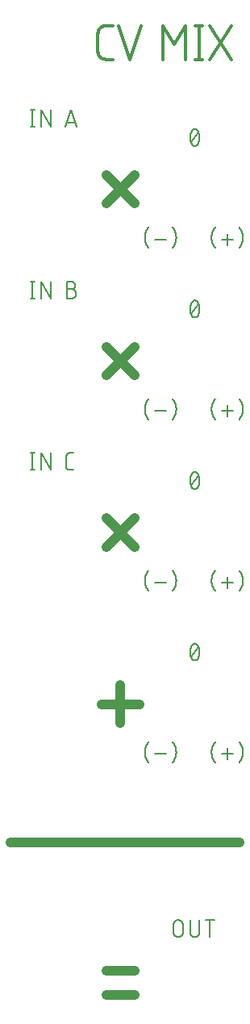
<source format=gbr>
G04 EAGLE Gerber RS-274X export*
G75*
%MOMM*%
%FSLAX34Y34*%
%LPD*%
%INSilkscreen Top*%
%IPPOS*%
%AMOC8*
5,1,8,0,0,1.08239X$1,22.5*%
G01*
%ADD10C,0.152400*%
%ADD11C,1.016000*%
%ADD12C,0.304800*%


D10*
X52738Y1158542D02*
X52738Y1140762D01*
X54713Y1140762D02*
X50762Y1140762D01*
X50762Y1158542D02*
X54713Y1158542D01*
X61757Y1158542D02*
X61757Y1140762D01*
X71635Y1140762D02*
X61757Y1158542D01*
X71635Y1158542D02*
X71635Y1140762D01*
X87012Y1140762D02*
X92939Y1158542D01*
X98865Y1140762D01*
X97384Y1145207D02*
X88494Y1145207D01*
X52738Y978542D02*
X52738Y960762D01*
X54713Y960762D02*
X50762Y960762D01*
X50762Y978542D02*
X54713Y978542D01*
X61757Y978542D02*
X61757Y960762D01*
X71635Y960762D02*
X61757Y978542D01*
X71635Y978542D02*
X71635Y960762D01*
X88755Y970640D02*
X93694Y970640D01*
X93834Y970638D01*
X93973Y970632D01*
X94113Y970622D01*
X94252Y970608D01*
X94391Y970591D01*
X94529Y970569D01*
X94666Y970543D01*
X94803Y970514D01*
X94939Y970481D01*
X95073Y970444D01*
X95207Y970403D01*
X95339Y970358D01*
X95471Y970309D01*
X95600Y970257D01*
X95728Y970202D01*
X95855Y970142D01*
X95980Y970079D01*
X96103Y970013D01*
X96224Y969943D01*
X96343Y969870D01*
X96460Y969793D01*
X96574Y969713D01*
X96687Y969630D01*
X96797Y969544D01*
X96904Y969454D01*
X97009Y969362D01*
X97111Y969267D01*
X97211Y969169D01*
X97308Y969068D01*
X97402Y968964D01*
X97492Y968858D01*
X97580Y968749D01*
X97665Y968638D01*
X97746Y968524D01*
X97825Y968409D01*
X97900Y968291D01*
X97971Y968171D01*
X98039Y968048D01*
X98104Y967925D01*
X98165Y967799D01*
X98223Y967671D01*
X98277Y967543D01*
X98327Y967412D01*
X98374Y967280D01*
X98417Y967147D01*
X98456Y967013D01*
X98491Y966878D01*
X98522Y966742D01*
X98550Y966604D01*
X98573Y966467D01*
X98593Y966328D01*
X98609Y966189D01*
X98621Y966050D01*
X98629Y965911D01*
X98633Y965771D01*
X98633Y965631D01*
X98629Y965491D01*
X98621Y965352D01*
X98609Y965213D01*
X98593Y965074D01*
X98573Y964935D01*
X98550Y964798D01*
X98522Y964660D01*
X98491Y964524D01*
X98456Y964389D01*
X98417Y964255D01*
X98374Y964122D01*
X98327Y963990D01*
X98277Y963859D01*
X98223Y963731D01*
X98165Y963603D01*
X98104Y963477D01*
X98039Y963354D01*
X97971Y963232D01*
X97900Y963111D01*
X97825Y962993D01*
X97746Y962878D01*
X97665Y962764D01*
X97580Y962653D01*
X97492Y962544D01*
X97402Y962438D01*
X97308Y962334D01*
X97211Y962233D01*
X97111Y962135D01*
X97009Y962040D01*
X96904Y961948D01*
X96797Y961858D01*
X96687Y961772D01*
X96574Y961689D01*
X96460Y961609D01*
X96343Y961532D01*
X96224Y961459D01*
X96103Y961389D01*
X95980Y961323D01*
X95855Y961260D01*
X95728Y961200D01*
X95600Y961145D01*
X95471Y961093D01*
X95339Y961044D01*
X95207Y960999D01*
X95073Y960958D01*
X94939Y960921D01*
X94803Y960888D01*
X94666Y960859D01*
X94529Y960833D01*
X94391Y960811D01*
X94252Y960794D01*
X94113Y960780D01*
X93973Y960770D01*
X93834Y960764D01*
X93694Y960762D01*
X88755Y960762D01*
X88755Y978542D01*
X93694Y978542D01*
X93818Y978540D01*
X93942Y978534D01*
X94066Y978524D01*
X94189Y978511D01*
X94312Y978493D01*
X94434Y978472D01*
X94556Y978447D01*
X94677Y978418D01*
X94796Y978385D01*
X94915Y978349D01*
X95032Y978308D01*
X95148Y978265D01*
X95263Y978217D01*
X95376Y978166D01*
X95488Y978111D01*
X95597Y978053D01*
X95705Y977992D01*
X95811Y977927D01*
X95915Y977859D01*
X96016Y977787D01*
X96116Y977713D01*
X96212Y977635D01*
X96307Y977555D01*
X96399Y977471D01*
X96488Y977385D01*
X96574Y977296D01*
X96658Y977204D01*
X96738Y977109D01*
X96816Y977013D01*
X96890Y976913D01*
X96962Y976812D01*
X97030Y976708D01*
X97095Y976602D01*
X97156Y976494D01*
X97214Y976385D01*
X97269Y976273D01*
X97320Y976160D01*
X97368Y976045D01*
X97411Y975929D01*
X97452Y975812D01*
X97488Y975693D01*
X97521Y975574D01*
X97550Y975453D01*
X97575Y975331D01*
X97596Y975209D01*
X97614Y975086D01*
X97627Y974963D01*
X97637Y974839D01*
X97643Y974715D01*
X97645Y974591D01*
X97643Y974467D01*
X97637Y974343D01*
X97627Y974219D01*
X97614Y974096D01*
X97596Y973973D01*
X97575Y973851D01*
X97550Y973729D01*
X97521Y973608D01*
X97488Y973489D01*
X97452Y973370D01*
X97411Y973253D01*
X97368Y973137D01*
X97320Y973022D01*
X97269Y972909D01*
X97214Y972797D01*
X97156Y972688D01*
X97095Y972580D01*
X97030Y972474D01*
X96962Y972370D01*
X96890Y972269D01*
X96816Y972169D01*
X96738Y972073D01*
X96658Y971978D01*
X96574Y971886D01*
X96488Y971797D01*
X96399Y971711D01*
X96307Y971627D01*
X96212Y971547D01*
X96116Y971469D01*
X96016Y971395D01*
X95915Y971323D01*
X95811Y971255D01*
X95705Y971190D01*
X95597Y971129D01*
X95488Y971071D01*
X95376Y971016D01*
X95263Y970965D01*
X95148Y970917D01*
X95032Y970874D01*
X94915Y970833D01*
X94796Y970797D01*
X94677Y970764D01*
X94556Y970735D01*
X94434Y970710D01*
X94312Y970689D01*
X94189Y970671D01*
X94066Y970658D01*
X93942Y970648D01*
X93818Y970642D01*
X93694Y970640D01*
X52738Y798542D02*
X52738Y780762D01*
X54713Y780762D02*
X50762Y780762D01*
X50762Y798542D02*
X54713Y798542D01*
X61757Y798542D02*
X61757Y780762D01*
X71635Y780762D02*
X61757Y798542D01*
X71635Y798542D02*
X71635Y780762D01*
X91915Y780762D02*
X95866Y780762D01*
X91915Y780762D02*
X91791Y780764D01*
X91667Y780770D01*
X91543Y780780D01*
X91420Y780793D01*
X91297Y780811D01*
X91175Y780832D01*
X91053Y780857D01*
X90932Y780886D01*
X90813Y780919D01*
X90694Y780955D01*
X90577Y780996D01*
X90461Y781039D01*
X90346Y781087D01*
X90233Y781138D01*
X90121Y781193D01*
X90012Y781251D01*
X89904Y781312D01*
X89798Y781377D01*
X89694Y781445D01*
X89593Y781517D01*
X89493Y781591D01*
X89397Y781669D01*
X89302Y781749D01*
X89210Y781833D01*
X89121Y781919D01*
X89035Y782008D01*
X88951Y782100D01*
X88871Y782195D01*
X88793Y782291D01*
X88719Y782391D01*
X88647Y782492D01*
X88579Y782596D01*
X88514Y782702D01*
X88453Y782810D01*
X88395Y782919D01*
X88340Y783031D01*
X88289Y783144D01*
X88241Y783259D01*
X88198Y783375D01*
X88157Y783492D01*
X88121Y783611D01*
X88088Y783730D01*
X88059Y783851D01*
X88034Y783973D01*
X88013Y784095D01*
X87995Y784218D01*
X87982Y784341D01*
X87972Y784465D01*
X87966Y784589D01*
X87964Y784713D01*
X87964Y794591D01*
X87966Y794715D01*
X87972Y794839D01*
X87982Y794963D01*
X87995Y795086D01*
X88013Y795209D01*
X88034Y795331D01*
X88059Y795453D01*
X88088Y795574D01*
X88121Y795693D01*
X88157Y795812D01*
X88198Y795929D01*
X88241Y796045D01*
X88289Y796160D01*
X88340Y796273D01*
X88395Y796385D01*
X88453Y796494D01*
X88514Y796602D01*
X88579Y796708D01*
X88647Y796812D01*
X88719Y796913D01*
X88793Y797013D01*
X88871Y797109D01*
X88951Y797204D01*
X89035Y797296D01*
X89121Y797385D01*
X89210Y797471D01*
X89302Y797555D01*
X89397Y797635D01*
X89493Y797713D01*
X89593Y797787D01*
X89694Y797859D01*
X89798Y797927D01*
X89904Y797992D01*
X90012Y798053D01*
X90121Y798111D01*
X90233Y798166D01*
X90346Y798217D01*
X90461Y798265D01*
X90577Y798308D01*
X90694Y798349D01*
X90813Y798385D01*
X90932Y798418D01*
X91053Y798447D01*
X91175Y798472D01*
X91297Y798493D01*
X91420Y798511D01*
X91543Y798524D01*
X91667Y798534D01*
X91791Y798540D01*
X91915Y798542D01*
X95866Y798542D01*
X174713Y675518D02*
X174456Y675203D01*
X174206Y674882D01*
X173964Y674555D01*
X173729Y674222D01*
X173503Y673884D01*
X173285Y673540D01*
X173076Y673191D01*
X172875Y672838D01*
X172682Y672479D01*
X172498Y672116D01*
X172323Y671749D01*
X172157Y671378D01*
X171999Y671003D01*
X171851Y670624D01*
X171712Y670241D01*
X171582Y669856D01*
X171462Y669467D01*
X171351Y669076D01*
X171249Y668682D01*
X171157Y668285D01*
X171074Y667887D01*
X171001Y667487D01*
X170938Y667085D01*
X170884Y666682D01*
X170840Y666277D01*
X170806Y665872D01*
X170782Y665465D01*
X170767Y665059D01*
X170762Y664652D01*
X170767Y664245D01*
X170782Y663839D01*
X170806Y663432D01*
X170840Y663027D01*
X170884Y662622D01*
X170938Y662219D01*
X171001Y661817D01*
X171074Y661417D01*
X171157Y661019D01*
X171249Y660622D01*
X171351Y660228D01*
X171462Y659837D01*
X171582Y659448D01*
X171712Y659063D01*
X171851Y658680D01*
X171999Y658301D01*
X172157Y657926D01*
X172323Y657555D01*
X172498Y657188D01*
X172682Y656825D01*
X172874Y656466D01*
X173076Y656113D01*
X173285Y655764D01*
X173503Y655420D01*
X173729Y655082D01*
X173964Y654749D01*
X174206Y654422D01*
X174456Y654101D01*
X174713Y653786D01*
X181294Y662676D02*
X193147Y662676D01*
X203679Y664652D02*
X203674Y664245D01*
X203659Y663839D01*
X203635Y663432D01*
X203601Y663027D01*
X203557Y662622D01*
X203503Y662219D01*
X203440Y661817D01*
X203367Y661417D01*
X203284Y661019D01*
X203192Y660622D01*
X203090Y660228D01*
X202979Y659837D01*
X202859Y659448D01*
X202729Y659063D01*
X202590Y658680D01*
X202442Y658301D01*
X202284Y657926D01*
X202118Y657555D01*
X201943Y657188D01*
X201759Y656825D01*
X201567Y656466D01*
X201365Y656113D01*
X201156Y655764D01*
X200938Y655420D01*
X200712Y655082D01*
X200477Y654749D01*
X200235Y654422D01*
X199985Y654101D01*
X199728Y653786D01*
X203679Y664652D02*
X203674Y665059D01*
X203659Y665465D01*
X203635Y665872D01*
X203601Y666277D01*
X203557Y666682D01*
X203503Y667085D01*
X203440Y667487D01*
X203367Y667887D01*
X203284Y668285D01*
X203192Y668682D01*
X203090Y669076D01*
X202979Y669467D01*
X202859Y669856D01*
X202729Y670241D01*
X202590Y670624D01*
X202442Y671003D01*
X202284Y671378D01*
X202118Y671749D01*
X201943Y672116D01*
X201759Y672479D01*
X201566Y672838D01*
X201365Y673191D01*
X201156Y673540D01*
X200938Y673884D01*
X200712Y674222D01*
X200477Y674555D01*
X200235Y674882D01*
X199985Y675203D01*
X199728Y675518D01*
X170762Y844652D02*
X170767Y845059D01*
X170782Y845465D01*
X170806Y845872D01*
X170840Y846277D01*
X170884Y846682D01*
X170938Y847085D01*
X171001Y847487D01*
X171074Y847887D01*
X171157Y848285D01*
X171249Y848682D01*
X171351Y849076D01*
X171462Y849467D01*
X171582Y849856D01*
X171712Y850241D01*
X171851Y850624D01*
X171999Y851003D01*
X172157Y851378D01*
X172323Y851749D01*
X172498Y852116D01*
X172682Y852479D01*
X172875Y852838D01*
X173076Y853191D01*
X173285Y853540D01*
X173503Y853884D01*
X173729Y854222D01*
X173964Y854555D01*
X174206Y854882D01*
X174456Y855203D01*
X174713Y855518D01*
X170762Y844652D02*
X170767Y844245D01*
X170782Y843839D01*
X170806Y843432D01*
X170840Y843027D01*
X170884Y842622D01*
X170938Y842219D01*
X171001Y841817D01*
X171074Y841417D01*
X171157Y841019D01*
X171249Y840622D01*
X171351Y840228D01*
X171462Y839837D01*
X171582Y839448D01*
X171712Y839063D01*
X171851Y838680D01*
X171999Y838301D01*
X172157Y837926D01*
X172323Y837555D01*
X172498Y837188D01*
X172682Y836825D01*
X172874Y836466D01*
X173076Y836113D01*
X173285Y835764D01*
X173503Y835420D01*
X173729Y835082D01*
X173964Y834749D01*
X174206Y834422D01*
X174456Y834101D01*
X174713Y833786D01*
X181294Y842676D02*
X193147Y842676D01*
X203679Y844652D02*
X203674Y844245D01*
X203659Y843839D01*
X203635Y843432D01*
X203601Y843027D01*
X203557Y842622D01*
X203503Y842219D01*
X203440Y841817D01*
X203367Y841417D01*
X203284Y841019D01*
X203192Y840622D01*
X203090Y840228D01*
X202979Y839837D01*
X202859Y839448D01*
X202729Y839063D01*
X202590Y838680D01*
X202442Y838301D01*
X202284Y837926D01*
X202118Y837555D01*
X201943Y837188D01*
X201759Y836825D01*
X201567Y836466D01*
X201365Y836113D01*
X201156Y835764D01*
X200938Y835420D01*
X200712Y835082D01*
X200477Y834749D01*
X200235Y834422D01*
X199985Y834101D01*
X199728Y833786D01*
X203679Y844652D02*
X203674Y845059D01*
X203659Y845465D01*
X203635Y845872D01*
X203601Y846277D01*
X203557Y846682D01*
X203503Y847085D01*
X203440Y847487D01*
X203367Y847887D01*
X203284Y848285D01*
X203192Y848682D01*
X203090Y849076D01*
X202979Y849467D01*
X202859Y849856D01*
X202729Y850241D01*
X202590Y850624D01*
X202442Y851003D01*
X202284Y851378D01*
X202118Y851749D01*
X201943Y852116D01*
X201759Y852479D01*
X201566Y852838D01*
X201365Y853191D01*
X201156Y853540D01*
X200938Y853884D01*
X200712Y854222D01*
X200477Y854555D01*
X200235Y854882D01*
X199985Y855203D01*
X199728Y855518D01*
X170762Y1024652D02*
X170767Y1025059D01*
X170782Y1025465D01*
X170806Y1025872D01*
X170840Y1026277D01*
X170884Y1026682D01*
X170938Y1027085D01*
X171001Y1027487D01*
X171074Y1027887D01*
X171157Y1028285D01*
X171249Y1028682D01*
X171351Y1029076D01*
X171462Y1029467D01*
X171582Y1029856D01*
X171712Y1030241D01*
X171851Y1030624D01*
X171999Y1031003D01*
X172157Y1031378D01*
X172323Y1031749D01*
X172498Y1032116D01*
X172682Y1032479D01*
X172875Y1032838D01*
X173076Y1033191D01*
X173285Y1033540D01*
X173503Y1033884D01*
X173729Y1034222D01*
X173964Y1034555D01*
X174206Y1034882D01*
X174456Y1035203D01*
X174713Y1035518D01*
X170762Y1024652D02*
X170767Y1024245D01*
X170782Y1023839D01*
X170806Y1023432D01*
X170840Y1023027D01*
X170884Y1022622D01*
X170938Y1022219D01*
X171001Y1021817D01*
X171074Y1021417D01*
X171157Y1021019D01*
X171249Y1020622D01*
X171351Y1020228D01*
X171462Y1019837D01*
X171582Y1019448D01*
X171712Y1019063D01*
X171851Y1018680D01*
X171999Y1018301D01*
X172157Y1017926D01*
X172323Y1017555D01*
X172498Y1017188D01*
X172682Y1016825D01*
X172874Y1016466D01*
X173076Y1016113D01*
X173285Y1015764D01*
X173503Y1015420D01*
X173729Y1015082D01*
X173964Y1014749D01*
X174206Y1014422D01*
X174456Y1014101D01*
X174713Y1013786D01*
X181294Y1022676D02*
X193147Y1022676D01*
X203679Y1024652D02*
X203674Y1024245D01*
X203659Y1023839D01*
X203635Y1023432D01*
X203601Y1023027D01*
X203557Y1022622D01*
X203503Y1022219D01*
X203440Y1021817D01*
X203367Y1021417D01*
X203284Y1021019D01*
X203192Y1020622D01*
X203090Y1020228D01*
X202979Y1019837D01*
X202859Y1019448D01*
X202729Y1019063D01*
X202590Y1018680D01*
X202442Y1018301D01*
X202284Y1017926D01*
X202118Y1017555D01*
X201943Y1017188D01*
X201759Y1016825D01*
X201567Y1016466D01*
X201365Y1016113D01*
X201156Y1015764D01*
X200938Y1015420D01*
X200712Y1015082D01*
X200477Y1014749D01*
X200235Y1014422D01*
X199985Y1014101D01*
X199728Y1013786D01*
X203679Y1024652D02*
X203674Y1025059D01*
X203659Y1025465D01*
X203635Y1025872D01*
X203601Y1026277D01*
X203557Y1026682D01*
X203503Y1027085D01*
X203440Y1027487D01*
X203367Y1027887D01*
X203284Y1028285D01*
X203192Y1028682D01*
X203090Y1029076D01*
X202979Y1029467D01*
X202859Y1029856D01*
X202729Y1030241D01*
X202590Y1030624D01*
X202442Y1031003D01*
X202284Y1031378D01*
X202118Y1031749D01*
X201943Y1032116D01*
X201759Y1032479D01*
X201566Y1032838D01*
X201365Y1033191D01*
X201156Y1033540D01*
X200938Y1033884D01*
X200712Y1034222D01*
X200477Y1034555D01*
X200235Y1034882D01*
X199985Y1035203D01*
X199728Y1035518D01*
X240762Y1024652D02*
X240767Y1025059D01*
X240782Y1025465D01*
X240806Y1025872D01*
X240840Y1026277D01*
X240884Y1026682D01*
X240938Y1027085D01*
X241001Y1027487D01*
X241074Y1027887D01*
X241157Y1028285D01*
X241249Y1028682D01*
X241351Y1029076D01*
X241462Y1029467D01*
X241582Y1029856D01*
X241712Y1030241D01*
X241851Y1030624D01*
X241999Y1031003D01*
X242157Y1031378D01*
X242323Y1031749D01*
X242498Y1032116D01*
X242682Y1032479D01*
X242875Y1032838D01*
X243076Y1033191D01*
X243285Y1033540D01*
X243503Y1033884D01*
X243729Y1034222D01*
X243964Y1034555D01*
X244206Y1034882D01*
X244456Y1035203D01*
X244713Y1035518D01*
X240762Y1024652D02*
X240767Y1024245D01*
X240782Y1023839D01*
X240806Y1023432D01*
X240840Y1023027D01*
X240884Y1022622D01*
X240938Y1022219D01*
X241001Y1021817D01*
X241074Y1021417D01*
X241157Y1021019D01*
X241249Y1020622D01*
X241351Y1020228D01*
X241462Y1019837D01*
X241582Y1019448D01*
X241712Y1019063D01*
X241851Y1018680D01*
X241999Y1018301D01*
X242157Y1017926D01*
X242323Y1017555D01*
X242498Y1017188D01*
X242682Y1016825D01*
X242874Y1016466D01*
X243076Y1016113D01*
X243285Y1015764D01*
X243503Y1015420D01*
X243729Y1015082D01*
X243964Y1014749D01*
X244206Y1014422D01*
X244456Y1014101D01*
X244713Y1013786D01*
X251294Y1022676D02*
X263147Y1022676D01*
X257220Y1016750D02*
X257220Y1028603D01*
X273679Y1024652D02*
X273674Y1024245D01*
X273659Y1023839D01*
X273635Y1023432D01*
X273601Y1023027D01*
X273557Y1022622D01*
X273503Y1022219D01*
X273440Y1021817D01*
X273367Y1021417D01*
X273284Y1021019D01*
X273192Y1020622D01*
X273090Y1020228D01*
X272979Y1019837D01*
X272859Y1019448D01*
X272729Y1019063D01*
X272590Y1018680D01*
X272442Y1018301D01*
X272284Y1017926D01*
X272118Y1017555D01*
X271943Y1017188D01*
X271759Y1016825D01*
X271567Y1016466D01*
X271365Y1016113D01*
X271156Y1015764D01*
X270938Y1015420D01*
X270712Y1015082D01*
X270477Y1014749D01*
X270235Y1014422D01*
X269985Y1014101D01*
X269728Y1013786D01*
X273679Y1024652D02*
X273674Y1025059D01*
X273659Y1025465D01*
X273635Y1025872D01*
X273601Y1026277D01*
X273557Y1026682D01*
X273503Y1027085D01*
X273440Y1027487D01*
X273367Y1027887D01*
X273284Y1028285D01*
X273192Y1028682D01*
X273090Y1029076D01*
X272979Y1029467D01*
X272859Y1029856D01*
X272729Y1030241D01*
X272590Y1030624D01*
X272442Y1031003D01*
X272284Y1031378D01*
X272118Y1031749D01*
X271943Y1032116D01*
X271759Y1032479D01*
X271566Y1032838D01*
X271365Y1033191D01*
X271156Y1033540D01*
X270938Y1033884D01*
X270712Y1034222D01*
X270477Y1034555D01*
X270235Y1034882D01*
X269985Y1035203D01*
X269728Y1035518D01*
X244713Y855518D02*
X244456Y855203D01*
X244206Y854882D01*
X243964Y854555D01*
X243729Y854222D01*
X243503Y853884D01*
X243285Y853540D01*
X243076Y853191D01*
X242875Y852838D01*
X242682Y852479D01*
X242498Y852116D01*
X242323Y851749D01*
X242157Y851378D01*
X241999Y851003D01*
X241851Y850624D01*
X241712Y850241D01*
X241582Y849856D01*
X241462Y849467D01*
X241351Y849076D01*
X241249Y848682D01*
X241157Y848285D01*
X241074Y847887D01*
X241001Y847487D01*
X240938Y847085D01*
X240884Y846682D01*
X240840Y846277D01*
X240806Y845872D01*
X240782Y845465D01*
X240767Y845059D01*
X240762Y844652D01*
X240767Y844245D01*
X240782Y843839D01*
X240806Y843432D01*
X240840Y843027D01*
X240884Y842622D01*
X240938Y842219D01*
X241001Y841817D01*
X241074Y841417D01*
X241157Y841019D01*
X241249Y840622D01*
X241351Y840228D01*
X241462Y839837D01*
X241582Y839448D01*
X241712Y839063D01*
X241851Y838680D01*
X241999Y838301D01*
X242157Y837926D01*
X242323Y837555D01*
X242498Y837188D01*
X242682Y836825D01*
X242874Y836466D01*
X243076Y836113D01*
X243285Y835764D01*
X243503Y835420D01*
X243729Y835082D01*
X243964Y834749D01*
X244206Y834422D01*
X244456Y834101D01*
X244713Y833786D01*
X251294Y842676D02*
X263147Y842676D01*
X257220Y836750D02*
X257220Y848603D01*
X273679Y844652D02*
X273674Y844245D01*
X273659Y843839D01*
X273635Y843432D01*
X273601Y843027D01*
X273557Y842622D01*
X273503Y842219D01*
X273440Y841817D01*
X273367Y841417D01*
X273284Y841019D01*
X273192Y840622D01*
X273090Y840228D01*
X272979Y839837D01*
X272859Y839448D01*
X272729Y839063D01*
X272590Y838680D01*
X272442Y838301D01*
X272284Y837926D01*
X272118Y837555D01*
X271943Y837188D01*
X271759Y836825D01*
X271567Y836466D01*
X271365Y836113D01*
X271156Y835764D01*
X270938Y835420D01*
X270712Y835082D01*
X270477Y834749D01*
X270235Y834422D01*
X269985Y834101D01*
X269728Y833786D01*
X273679Y844652D02*
X273674Y845059D01*
X273659Y845465D01*
X273635Y845872D01*
X273601Y846277D01*
X273557Y846682D01*
X273503Y847085D01*
X273440Y847487D01*
X273367Y847887D01*
X273284Y848285D01*
X273192Y848682D01*
X273090Y849076D01*
X272979Y849467D01*
X272859Y849856D01*
X272729Y850241D01*
X272590Y850624D01*
X272442Y851003D01*
X272284Y851378D01*
X272118Y851749D01*
X271943Y852116D01*
X271759Y852479D01*
X271566Y852838D01*
X271365Y853191D01*
X271156Y853540D01*
X270938Y853884D01*
X270712Y854222D01*
X270477Y854555D01*
X270235Y854882D01*
X269985Y855203D01*
X269728Y855518D01*
X244713Y675518D02*
X244456Y675203D01*
X244206Y674882D01*
X243964Y674555D01*
X243729Y674222D01*
X243503Y673884D01*
X243285Y673540D01*
X243076Y673191D01*
X242875Y672838D01*
X242682Y672479D01*
X242498Y672116D01*
X242323Y671749D01*
X242157Y671378D01*
X241999Y671003D01*
X241851Y670624D01*
X241712Y670241D01*
X241582Y669856D01*
X241462Y669467D01*
X241351Y669076D01*
X241249Y668682D01*
X241157Y668285D01*
X241074Y667887D01*
X241001Y667487D01*
X240938Y667085D01*
X240884Y666682D01*
X240840Y666277D01*
X240806Y665872D01*
X240782Y665465D01*
X240767Y665059D01*
X240762Y664652D01*
X240767Y664245D01*
X240782Y663839D01*
X240806Y663432D01*
X240840Y663027D01*
X240884Y662622D01*
X240938Y662219D01*
X241001Y661817D01*
X241074Y661417D01*
X241157Y661019D01*
X241249Y660622D01*
X241351Y660228D01*
X241462Y659837D01*
X241582Y659448D01*
X241712Y659063D01*
X241851Y658680D01*
X241999Y658301D01*
X242157Y657926D01*
X242323Y657555D01*
X242498Y657188D01*
X242682Y656825D01*
X242874Y656466D01*
X243076Y656113D01*
X243285Y655764D01*
X243503Y655420D01*
X243729Y655082D01*
X243964Y654749D01*
X244206Y654422D01*
X244456Y654101D01*
X244713Y653786D01*
X251294Y662676D02*
X263147Y662676D01*
X257220Y656750D02*
X257220Y668603D01*
X273679Y664652D02*
X273674Y664245D01*
X273659Y663839D01*
X273635Y663432D01*
X273601Y663027D01*
X273557Y662622D01*
X273503Y662219D01*
X273440Y661817D01*
X273367Y661417D01*
X273284Y661019D01*
X273192Y660622D01*
X273090Y660228D01*
X272979Y659837D01*
X272859Y659448D01*
X272729Y659063D01*
X272590Y658680D01*
X272442Y658301D01*
X272284Y657926D01*
X272118Y657555D01*
X271943Y657188D01*
X271759Y656825D01*
X271567Y656466D01*
X271365Y656113D01*
X271156Y655764D01*
X270938Y655420D01*
X270712Y655082D01*
X270477Y654749D01*
X270235Y654422D01*
X269985Y654101D01*
X269728Y653786D01*
X273679Y664652D02*
X273674Y665059D01*
X273659Y665465D01*
X273635Y665872D01*
X273601Y666277D01*
X273557Y666682D01*
X273503Y667085D01*
X273440Y667487D01*
X273367Y667887D01*
X273284Y668285D01*
X273192Y668682D01*
X273090Y669076D01*
X272979Y669467D01*
X272859Y669856D01*
X272729Y670241D01*
X272590Y670624D01*
X272442Y671003D01*
X272284Y671378D01*
X272118Y671749D01*
X271943Y672116D01*
X271759Y672479D01*
X271566Y672838D01*
X271365Y673191D01*
X271156Y673540D01*
X270938Y673884D01*
X270712Y674222D01*
X270477Y674555D01*
X270235Y674882D01*
X269985Y675203D01*
X269728Y675518D01*
D11*
X160000Y730000D02*
X130000Y700000D01*
X130000Y730000D02*
X160000Y700000D01*
X145000Y555000D02*
X145000Y515000D01*
X165000Y535000D02*
X125000Y535000D01*
X30000Y390000D02*
X270000Y390000D01*
X130000Y880000D02*
X160000Y910000D01*
X130000Y910000D02*
X160000Y880000D01*
X130000Y1060000D02*
X160000Y1090000D01*
X130000Y1090000D02*
X160000Y1060000D01*
D10*
X218262Y1129652D02*
X218266Y1130002D01*
X218279Y1130351D01*
X218300Y1130700D01*
X218329Y1131049D01*
X218366Y1131397D01*
X218412Y1131744D01*
X218466Y1132089D01*
X218528Y1132433D01*
X218599Y1132776D01*
X218678Y1133117D01*
X218764Y1133456D01*
X218859Y1133792D01*
X218962Y1134127D01*
X219073Y1134458D01*
X219191Y1134788D01*
X219318Y1135114D01*
X219452Y1135437D01*
X219594Y1135756D01*
X219744Y1136073D01*
X219744Y1136072D02*
X219784Y1136185D01*
X219828Y1136295D01*
X219876Y1136405D01*
X219927Y1136513D01*
X219982Y1136618D01*
X220040Y1136723D01*
X220102Y1136825D01*
X220167Y1136925D01*
X220235Y1137023D01*
X220306Y1137119D01*
X220381Y1137212D01*
X220458Y1137303D01*
X220538Y1137391D01*
X220622Y1137476D01*
X220707Y1137559D01*
X220796Y1137639D01*
X220887Y1137716D01*
X220981Y1137790D01*
X221077Y1137861D01*
X221175Y1137929D01*
X221275Y1137993D01*
X221378Y1138055D01*
X221482Y1138112D01*
X221588Y1138167D01*
X221696Y1138218D01*
X221806Y1138265D01*
X221917Y1138309D01*
X222029Y1138349D01*
X222143Y1138385D01*
X222257Y1138418D01*
X222373Y1138447D01*
X222490Y1138472D01*
X222607Y1138493D01*
X222725Y1138511D01*
X222844Y1138524D01*
X222963Y1138534D01*
X223082Y1138540D01*
X223201Y1138542D01*
X223320Y1138540D01*
X223439Y1138534D01*
X223558Y1138524D01*
X223677Y1138511D01*
X223795Y1138493D01*
X223912Y1138472D01*
X224029Y1138447D01*
X224145Y1138418D01*
X224259Y1138385D01*
X224373Y1138349D01*
X224485Y1138309D01*
X224596Y1138265D01*
X224706Y1138218D01*
X224814Y1138167D01*
X224920Y1138112D01*
X225024Y1138055D01*
X225127Y1137993D01*
X225227Y1137929D01*
X225325Y1137861D01*
X225421Y1137790D01*
X225515Y1137716D01*
X225606Y1137639D01*
X225695Y1137559D01*
X225781Y1137476D01*
X225864Y1137391D01*
X225944Y1137303D01*
X226021Y1137212D01*
X226096Y1137119D01*
X226167Y1137023D01*
X226235Y1136925D01*
X226300Y1136825D01*
X226362Y1136723D01*
X226420Y1136618D01*
X226475Y1136512D01*
X226526Y1136405D01*
X226574Y1136295D01*
X226618Y1136185D01*
X226658Y1136072D01*
X226658Y1136073D02*
X226808Y1135756D01*
X226950Y1135437D01*
X227084Y1135114D01*
X227211Y1134788D01*
X227329Y1134458D01*
X227440Y1134127D01*
X227543Y1133792D01*
X227638Y1133456D01*
X227724Y1133117D01*
X227803Y1132776D01*
X227874Y1132433D01*
X227936Y1132089D01*
X227990Y1131744D01*
X228036Y1131397D01*
X228073Y1131049D01*
X228102Y1130700D01*
X228123Y1130351D01*
X228136Y1130002D01*
X228140Y1129652D01*
X218262Y1129652D02*
X218266Y1129302D01*
X218279Y1128953D01*
X218300Y1128604D01*
X218329Y1128255D01*
X218366Y1127907D01*
X218412Y1127560D01*
X218466Y1127215D01*
X218528Y1126871D01*
X218599Y1126528D01*
X218678Y1126187D01*
X218764Y1125848D01*
X218859Y1125512D01*
X218962Y1125177D01*
X219073Y1124846D01*
X219191Y1124517D01*
X219318Y1124190D01*
X219452Y1123867D01*
X219594Y1123548D01*
X219744Y1123232D01*
X219784Y1123119D01*
X219828Y1123009D01*
X219876Y1122899D01*
X219927Y1122791D01*
X219982Y1122685D01*
X220040Y1122581D01*
X220102Y1122479D01*
X220167Y1122379D01*
X220235Y1122281D01*
X220306Y1122185D01*
X220381Y1122092D01*
X220458Y1122001D01*
X220538Y1121913D01*
X220622Y1121828D01*
X220707Y1121745D01*
X220796Y1121665D01*
X220887Y1121588D01*
X220981Y1121514D01*
X221077Y1121443D01*
X221175Y1121375D01*
X221275Y1121311D01*
X221378Y1121249D01*
X221482Y1121191D01*
X221588Y1121137D01*
X221696Y1121086D01*
X221806Y1121039D01*
X221917Y1120995D01*
X222029Y1120955D01*
X222143Y1120919D01*
X222257Y1120886D01*
X222373Y1120857D01*
X222490Y1120832D01*
X222607Y1120811D01*
X222725Y1120793D01*
X222844Y1120780D01*
X222963Y1120770D01*
X223082Y1120764D01*
X223201Y1120762D01*
X226658Y1123232D02*
X226808Y1123548D01*
X226950Y1123867D01*
X227084Y1124190D01*
X227211Y1124517D01*
X227329Y1124846D01*
X227440Y1125177D01*
X227543Y1125512D01*
X227638Y1125848D01*
X227724Y1126187D01*
X227803Y1126528D01*
X227874Y1126871D01*
X227936Y1127215D01*
X227990Y1127560D01*
X228036Y1127907D01*
X228073Y1128255D01*
X228102Y1128604D01*
X228123Y1128953D01*
X228136Y1129302D01*
X228140Y1129652D01*
X226658Y1123232D02*
X226618Y1123119D01*
X226574Y1123009D01*
X226526Y1122899D01*
X226475Y1122792D01*
X226420Y1122686D01*
X226362Y1122581D01*
X226300Y1122479D01*
X226235Y1122379D01*
X226167Y1122281D01*
X226096Y1122185D01*
X226021Y1122092D01*
X225944Y1122001D01*
X225864Y1121913D01*
X225781Y1121828D01*
X225695Y1121745D01*
X225606Y1121665D01*
X225515Y1121588D01*
X225421Y1121514D01*
X225325Y1121443D01*
X225227Y1121375D01*
X225127Y1121311D01*
X225024Y1121249D01*
X224920Y1121192D01*
X224814Y1121137D01*
X224706Y1121086D01*
X224596Y1121039D01*
X224485Y1120995D01*
X224373Y1120955D01*
X224259Y1120919D01*
X224145Y1120886D01*
X224029Y1120857D01*
X223912Y1120832D01*
X223795Y1120811D01*
X223677Y1120793D01*
X223558Y1120780D01*
X223439Y1120770D01*
X223320Y1120764D01*
X223201Y1120762D01*
X219250Y1124713D02*
X227152Y1134591D01*
X219744Y956073D02*
X219594Y955756D01*
X219452Y955437D01*
X219318Y955114D01*
X219191Y954788D01*
X219073Y954458D01*
X218962Y954127D01*
X218859Y953792D01*
X218764Y953456D01*
X218678Y953117D01*
X218599Y952776D01*
X218528Y952433D01*
X218466Y952089D01*
X218412Y951744D01*
X218366Y951397D01*
X218329Y951049D01*
X218300Y950700D01*
X218279Y950351D01*
X218266Y950002D01*
X218262Y949652D01*
X219744Y956072D02*
X219784Y956185D01*
X219828Y956295D01*
X219876Y956405D01*
X219927Y956513D01*
X219982Y956618D01*
X220040Y956723D01*
X220102Y956825D01*
X220167Y956925D01*
X220235Y957023D01*
X220306Y957119D01*
X220381Y957212D01*
X220458Y957303D01*
X220538Y957391D01*
X220622Y957476D01*
X220707Y957559D01*
X220796Y957639D01*
X220887Y957716D01*
X220981Y957790D01*
X221077Y957861D01*
X221175Y957929D01*
X221275Y957993D01*
X221378Y958055D01*
X221482Y958112D01*
X221588Y958167D01*
X221696Y958218D01*
X221806Y958265D01*
X221917Y958309D01*
X222029Y958349D01*
X222143Y958385D01*
X222257Y958418D01*
X222373Y958447D01*
X222490Y958472D01*
X222607Y958493D01*
X222725Y958511D01*
X222844Y958524D01*
X222963Y958534D01*
X223082Y958540D01*
X223201Y958542D01*
X223320Y958540D01*
X223439Y958534D01*
X223558Y958524D01*
X223677Y958511D01*
X223795Y958493D01*
X223912Y958472D01*
X224029Y958447D01*
X224145Y958418D01*
X224259Y958385D01*
X224373Y958349D01*
X224485Y958309D01*
X224596Y958265D01*
X224706Y958218D01*
X224814Y958167D01*
X224920Y958112D01*
X225024Y958055D01*
X225127Y957993D01*
X225227Y957929D01*
X225325Y957861D01*
X225421Y957790D01*
X225515Y957716D01*
X225606Y957639D01*
X225695Y957559D01*
X225781Y957476D01*
X225864Y957391D01*
X225944Y957303D01*
X226021Y957212D01*
X226096Y957119D01*
X226167Y957023D01*
X226235Y956925D01*
X226300Y956825D01*
X226362Y956723D01*
X226420Y956618D01*
X226475Y956512D01*
X226526Y956405D01*
X226574Y956295D01*
X226618Y956185D01*
X226658Y956072D01*
X226658Y956073D02*
X226808Y955756D01*
X226950Y955437D01*
X227084Y955114D01*
X227211Y954788D01*
X227329Y954458D01*
X227440Y954127D01*
X227543Y953792D01*
X227638Y953456D01*
X227724Y953117D01*
X227803Y952776D01*
X227874Y952433D01*
X227936Y952089D01*
X227990Y951744D01*
X228036Y951397D01*
X228073Y951049D01*
X228102Y950700D01*
X228123Y950351D01*
X228136Y950002D01*
X228140Y949652D01*
X218262Y949652D02*
X218266Y949302D01*
X218279Y948953D01*
X218300Y948604D01*
X218329Y948255D01*
X218366Y947907D01*
X218412Y947560D01*
X218466Y947215D01*
X218528Y946871D01*
X218599Y946528D01*
X218678Y946187D01*
X218764Y945848D01*
X218859Y945512D01*
X218962Y945177D01*
X219073Y944846D01*
X219191Y944517D01*
X219318Y944190D01*
X219452Y943867D01*
X219594Y943548D01*
X219744Y943232D01*
X219784Y943119D01*
X219828Y943009D01*
X219876Y942899D01*
X219927Y942791D01*
X219982Y942685D01*
X220040Y942581D01*
X220102Y942479D01*
X220167Y942379D01*
X220235Y942281D01*
X220306Y942185D01*
X220381Y942092D01*
X220458Y942001D01*
X220538Y941913D01*
X220622Y941828D01*
X220707Y941745D01*
X220796Y941665D01*
X220887Y941588D01*
X220981Y941514D01*
X221077Y941443D01*
X221175Y941375D01*
X221275Y941311D01*
X221378Y941249D01*
X221482Y941191D01*
X221588Y941137D01*
X221696Y941086D01*
X221806Y941039D01*
X221917Y940995D01*
X222029Y940955D01*
X222143Y940919D01*
X222257Y940886D01*
X222373Y940857D01*
X222490Y940832D01*
X222607Y940811D01*
X222725Y940793D01*
X222844Y940780D01*
X222963Y940770D01*
X223082Y940764D01*
X223201Y940762D01*
X226658Y943232D02*
X226808Y943548D01*
X226950Y943867D01*
X227084Y944190D01*
X227211Y944517D01*
X227329Y944846D01*
X227440Y945177D01*
X227543Y945512D01*
X227638Y945848D01*
X227724Y946187D01*
X227803Y946528D01*
X227874Y946871D01*
X227936Y947215D01*
X227990Y947560D01*
X228036Y947907D01*
X228073Y948255D01*
X228102Y948604D01*
X228123Y948953D01*
X228136Y949302D01*
X228140Y949652D01*
X226658Y943232D02*
X226618Y943119D01*
X226574Y943009D01*
X226526Y942899D01*
X226475Y942792D01*
X226420Y942686D01*
X226362Y942581D01*
X226300Y942479D01*
X226235Y942379D01*
X226167Y942281D01*
X226096Y942185D01*
X226021Y942092D01*
X225944Y942001D01*
X225864Y941913D01*
X225781Y941828D01*
X225695Y941745D01*
X225606Y941665D01*
X225515Y941588D01*
X225421Y941514D01*
X225325Y941443D01*
X225227Y941375D01*
X225127Y941311D01*
X225024Y941249D01*
X224920Y941192D01*
X224814Y941137D01*
X224706Y941086D01*
X224596Y941039D01*
X224485Y940995D01*
X224373Y940955D01*
X224259Y940919D01*
X224145Y940886D01*
X224029Y940857D01*
X223912Y940832D01*
X223795Y940811D01*
X223677Y940793D01*
X223558Y940780D01*
X223439Y940770D01*
X223320Y940764D01*
X223201Y940762D01*
X219250Y944713D02*
X227152Y954591D01*
X219744Y776073D02*
X219594Y775756D01*
X219452Y775437D01*
X219318Y775114D01*
X219191Y774788D01*
X219073Y774458D01*
X218962Y774127D01*
X218859Y773792D01*
X218764Y773456D01*
X218678Y773117D01*
X218599Y772776D01*
X218528Y772433D01*
X218466Y772089D01*
X218412Y771744D01*
X218366Y771397D01*
X218329Y771049D01*
X218300Y770700D01*
X218279Y770351D01*
X218266Y770002D01*
X218262Y769652D01*
X219744Y776072D02*
X219784Y776185D01*
X219828Y776295D01*
X219876Y776405D01*
X219927Y776513D01*
X219982Y776618D01*
X220040Y776723D01*
X220102Y776825D01*
X220167Y776925D01*
X220235Y777023D01*
X220306Y777119D01*
X220381Y777212D01*
X220458Y777303D01*
X220538Y777391D01*
X220622Y777476D01*
X220707Y777559D01*
X220796Y777639D01*
X220887Y777716D01*
X220981Y777790D01*
X221077Y777861D01*
X221175Y777929D01*
X221275Y777993D01*
X221378Y778055D01*
X221482Y778112D01*
X221588Y778167D01*
X221696Y778218D01*
X221806Y778265D01*
X221917Y778309D01*
X222029Y778349D01*
X222143Y778385D01*
X222257Y778418D01*
X222373Y778447D01*
X222490Y778472D01*
X222607Y778493D01*
X222725Y778511D01*
X222844Y778524D01*
X222963Y778534D01*
X223082Y778540D01*
X223201Y778542D01*
X223320Y778540D01*
X223439Y778534D01*
X223558Y778524D01*
X223677Y778511D01*
X223795Y778493D01*
X223912Y778472D01*
X224029Y778447D01*
X224145Y778418D01*
X224259Y778385D01*
X224373Y778349D01*
X224485Y778309D01*
X224596Y778265D01*
X224706Y778218D01*
X224814Y778167D01*
X224920Y778112D01*
X225024Y778055D01*
X225127Y777993D01*
X225227Y777929D01*
X225325Y777861D01*
X225421Y777790D01*
X225515Y777716D01*
X225606Y777639D01*
X225695Y777559D01*
X225781Y777476D01*
X225864Y777391D01*
X225944Y777303D01*
X226021Y777212D01*
X226096Y777119D01*
X226167Y777023D01*
X226235Y776925D01*
X226300Y776825D01*
X226362Y776723D01*
X226420Y776618D01*
X226475Y776512D01*
X226526Y776405D01*
X226574Y776295D01*
X226618Y776185D01*
X226658Y776072D01*
X226658Y776073D02*
X226808Y775756D01*
X226950Y775437D01*
X227084Y775114D01*
X227211Y774788D01*
X227329Y774458D01*
X227440Y774127D01*
X227543Y773792D01*
X227638Y773456D01*
X227724Y773117D01*
X227803Y772776D01*
X227874Y772433D01*
X227936Y772089D01*
X227990Y771744D01*
X228036Y771397D01*
X228073Y771049D01*
X228102Y770700D01*
X228123Y770351D01*
X228136Y770002D01*
X228140Y769652D01*
X218262Y769652D02*
X218266Y769302D01*
X218279Y768953D01*
X218300Y768604D01*
X218329Y768255D01*
X218366Y767907D01*
X218412Y767560D01*
X218466Y767215D01*
X218528Y766871D01*
X218599Y766528D01*
X218678Y766187D01*
X218764Y765848D01*
X218859Y765512D01*
X218962Y765177D01*
X219073Y764846D01*
X219191Y764517D01*
X219318Y764190D01*
X219452Y763867D01*
X219594Y763548D01*
X219744Y763232D01*
X219784Y763119D01*
X219828Y763009D01*
X219876Y762899D01*
X219927Y762791D01*
X219982Y762685D01*
X220040Y762581D01*
X220102Y762479D01*
X220167Y762379D01*
X220235Y762281D01*
X220306Y762185D01*
X220381Y762092D01*
X220458Y762001D01*
X220538Y761913D01*
X220622Y761828D01*
X220707Y761745D01*
X220796Y761665D01*
X220887Y761588D01*
X220981Y761514D01*
X221077Y761443D01*
X221175Y761375D01*
X221275Y761311D01*
X221378Y761249D01*
X221482Y761191D01*
X221588Y761137D01*
X221696Y761086D01*
X221806Y761039D01*
X221917Y760995D01*
X222029Y760955D01*
X222143Y760919D01*
X222257Y760886D01*
X222373Y760857D01*
X222490Y760832D01*
X222607Y760811D01*
X222725Y760793D01*
X222844Y760780D01*
X222963Y760770D01*
X223082Y760764D01*
X223201Y760762D01*
X226658Y763232D02*
X226808Y763548D01*
X226950Y763867D01*
X227084Y764190D01*
X227211Y764517D01*
X227329Y764846D01*
X227440Y765177D01*
X227543Y765512D01*
X227638Y765848D01*
X227724Y766187D01*
X227803Y766528D01*
X227874Y766871D01*
X227936Y767215D01*
X227990Y767560D01*
X228036Y767907D01*
X228073Y768255D01*
X228102Y768604D01*
X228123Y768953D01*
X228136Y769302D01*
X228140Y769652D01*
X226658Y763232D02*
X226618Y763119D01*
X226574Y763009D01*
X226526Y762899D01*
X226475Y762792D01*
X226420Y762686D01*
X226362Y762581D01*
X226300Y762479D01*
X226235Y762379D01*
X226167Y762281D01*
X226096Y762185D01*
X226021Y762092D01*
X225944Y762001D01*
X225864Y761913D01*
X225781Y761828D01*
X225695Y761745D01*
X225606Y761665D01*
X225515Y761588D01*
X225421Y761514D01*
X225325Y761443D01*
X225227Y761375D01*
X225127Y761311D01*
X225024Y761249D01*
X224920Y761192D01*
X224814Y761137D01*
X224706Y761086D01*
X224596Y761039D01*
X224485Y760995D01*
X224373Y760955D01*
X224259Y760919D01*
X224145Y760886D01*
X224029Y760857D01*
X223912Y760832D01*
X223795Y760811D01*
X223677Y760793D01*
X223558Y760780D01*
X223439Y760770D01*
X223320Y760764D01*
X223201Y760762D01*
X219250Y764713D02*
X227152Y774591D01*
D11*
X160000Y255000D02*
X130000Y255000D01*
X130000Y230000D02*
X160000Y230000D01*
D10*
X240762Y484652D02*
X240767Y485059D01*
X240782Y485465D01*
X240806Y485872D01*
X240840Y486277D01*
X240884Y486682D01*
X240938Y487085D01*
X241001Y487487D01*
X241074Y487887D01*
X241157Y488285D01*
X241249Y488682D01*
X241351Y489076D01*
X241462Y489467D01*
X241582Y489856D01*
X241712Y490241D01*
X241851Y490624D01*
X241999Y491003D01*
X242157Y491378D01*
X242323Y491749D01*
X242498Y492116D01*
X242682Y492479D01*
X242875Y492838D01*
X243076Y493191D01*
X243285Y493540D01*
X243503Y493884D01*
X243729Y494222D01*
X243964Y494555D01*
X244206Y494882D01*
X244456Y495203D01*
X244713Y495518D01*
X240762Y484652D02*
X240767Y484245D01*
X240782Y483839D01*
X240806Y483432D01*
X240840Y483027D01*
X240884Y482622D01*
X240938Y482219D01*
X241001Y481817D01*
X241074Y481417D01*
X241157Y481019D01*
X241249Y480622D01*
X241351Y480228D01*
X241462Y479837D01*
X241582Y479448D01*
X241712Y479063D01*
X241851Y478680D01*
X241999Y478301D01*
X242157Y477926D01*
X242323Y477555D01*
X242498Y477188D01*
X242682Y476825D01*
X242874Y476466D01*
X243076Y476113D01*
X243285Y475764D01*
X243503Y475420D01*
X243729Y475082D01*
X243964Y474749D01*
X244206Y474422D01*
X244456Y474101D01*
X244713Y473786D01*
X251294Y482676D02*
X263147Y482676D01*
X257220Y476750D02*
X257220Y488603D01*
X273679Y484652D02*
X273674Y484245D01*
X273659Y483839D01*
X273635Y483432D01*
X273601Y483027D01*
X273557Y482622D01*
X273503Y482219D01*
X273440Y481817D01*
X273367Y481417D01*
X273284Y481019D01*
X273192Y480622D01*
X273090Y480228D01*
X272979Y479837D01*
X272859Y479448D01*
X272729Y479063D01*
X272590Y478680D01*
X272442Y478301D01*
X272284Y477926D01*
X272118Y477555D01*
X271943Y477188D01*
X271759Y476825D01*
X271567Y476466D01*
X271365Y476113D01*
X271156Y475764D01*
X270938Y475420D01*
X270712Y475082D01*
X270477Y474749D01*
X270235Y474422D01*
X269985Y474101D01*
X269728Y473786D01*
X273679Y484652D02*
X273674Y485059D01*
X273659Y485465D01*
X273635Y485872D01*
X273601Y486277D01*
X273557Y486682D01*
X273503Y487085D01*
X273440Y487487D01*
X273367Y487887D01*
X273284Y488285D01*
X273192Y488682D01*
X273090Y489076D01*
X272979Y489467D01*
X272859Y489856D01*
X272729Y490241D01*
X272590Y490624D01*
X272442Y491003D01*
X272284Y491378D01*
X272118Y491749D01*
X271943Y492116D01*
X271759Y492479D01*
X271566Y492838D01*
X271365Y493191D01*
X271156Y493540D01*
X270938Y493884D01*
X270712Y494222D01*
X270477Y494555D01*
X270235Y494882D01*
X269985Y495203D01*
X269728Y495518D01*
X174713Y495518D02*
X174456Y495203D01*
X174206Y494882D01*
X173964Y494555D01*
X173729Y494222D01*
X173503Y493884D01*
X173285Y493540D01*
X173076Y493191D01*
X172875Y492838D01*
X172682Y492479D01*
X172498Y492116D01*
X172323Y491749D01*
X172157Y491378D01*
X171999Y491003D01*
X171851Y490624D01*
X171712Y490241D01*
X171582Y489856D01*
X171462Y489467D01*
X171351Y489076D01*
X171249Y488682D01*
X171157Y488285D01*
X171074Y487887D01*
X171001Y487487D01*
X170938Y487085D01*
X170884Y486682D01*
X170840Y486277D01*
X170806Y485872D01*
X170782Y485465D01*
X170767Y485059D01*
X170762Y484652D01*
X170767Y484245D01*
X170782Y483839D01*
X170806Y483432D01*
X170840Y483027D01*
X170884Y482622D01*
X170938Y482219D01*
X171001Y481817D01*
X171074Y481417D01*
X171157Y481019D01*
X171249Y480622D01*
X171351Y480228D01*
X171462Y479837D01*
X171582Y479448D01*
X171712Y479063D01*
X171851Y478680D01*
X171999Y478301D01*
X172157Y477926D01*
X172323Y477555D01*
X172498Y477188D01*
X172682Y476825D01*
X172874Y476466D01*
X173076Y476113D01*
X173285Y475764D01*
X173503Y475420D01*
X173729Y475082D01*
X173964Y474749D01*
X174206Y474422D01*
X174456Y474101D01*
X174713Y473786D01*
X181294Y482676D02*
X193147Y482676D01*
X203679Y484652D02*
X203674Y484245D01*
X203659Y483839D01*
X203635Y483432D01*
X203601Y483027D01*
X203557Y482622D01*
X203503Y482219D01*
X203440Y481817D01*
X203367Y481417D01*
X203284Y481019D01*
X203192Y480622D01*
X203090Y480228D01*
X202979Y479837D01*
X202859Y479448D01*
X202729Y479063D01*
X202590Y478680D01*
X202442Y478301D01*
X202284Y477926D01*
X202118Y477555D01*
X201943Y477188D01*
X201759Y476825D01*
X201567Y476466D01*
X201365Y476113D01*
X201156Y475764D01*
X200938Y475420D01*
X200712Y475082D01*
X200477Y474749D01*
X200235Y474422D01*
X199985Y474101D01*
X199728Y473786D01*
X203679Y484652D02*
X203674Y485059D01*
X203659Y485465D01*
X203635Y485872D01*
X203601Y486277D01*
X203557Y486682D01*
X203503Y487085D01*
X203440Y487487D01*
X203367Y487887D01*
X203284Y488285D01*
X203192Y488682D01*
X203090Y489076D01*
X202979Y489467D01*
X202859Y489856D01*
X202729Y490241D01*
X202590Y490624D01*
X202442Y491003D01*
X202284Y491378D01*
X202118Y491749D01*
X201943Y492116D01*
X201759Y492479D01*
X201566Y492838D01*
X201365Y493191D01*
X201156Y493540D01*
X200938Y493884D01*
X200712Y494222D01*
X200477Y494555D01*
X200235Y494882D01*
X199985Y495203D01*
X199728Y495518D01*
X218262Y589652D02*
X218266Y590002D01*
X218279Y590351D01*
X218300Y590700D01*
X218329Y591049D01*
X218366Y591397D01*
X218412Y591744D01*
X218466Y592089D01*
X218528Y592433D01*
X218599Y592776D01*
X218678Y593117D01*
X218764Y593456D01*
X218859Y593792D01*
X218962Y594127D01*
X219073Y594458D01*
X219191Y594788D01*
X219318Y595114D01*
X219452Y595437D01*
X219594Y595756D01*
X219744Y596073D01*
X219744Y596072D02*
X219784Y596185D01*
X219828Y596295D01*
X219876Y596405D01*
X219927Y596513D01*
X219982Y596618D01*
X220040Y596723D01*
X220102Y596825D01*
X220167Y596925D01*
X220235Y597023D01*
X220306Y597119D01*
X220381Y597212D01*
X220458Y597303D01*
X220538Y597391D01*
X220622Y597476D01*
X220707Y597559D01*
X220796Y597639D01*
X220887Y597716D01*
X220981Y597790D01*
X221077Y597861D01*
X221175Y597929D01*
X221275Y597993D01*
X221378Y598055D01*
X221482Y598112D01*
X221588Y598167D01*
X221696Y598218D01*
X221806Y598265D01*
X221917Y598309D01*
X222029Y598349D01*
X222143Y598385D01*
X222257Y598418D01*
X222373Y598447D01*
X222490Y598472D01*
X222607Y598493D01*
X222725Y598511D01*
X222844Y598524D01*
X222963Y598534D01*
X223082Y598540D01*
X223201Y598542D01*
X223320Y598540D01*
X223439Y598534D01*
X223558Y598524D01*
X223677Y598511D01*
X223795Y598493D01*
X223912Y598472D01*
X224029Y598447D01*
X224145Y598418D01*
X224259Y598385D01*
X224373Y598349D01*
X224485Y598309D01*
X224596Y598265D01*
X224706Y598218D01*
X224814Y598167D01*
X224920Y598112D01*
X225024Y598055D01*
X225127Y597993D01*
X225227Y597929D01*
X225325Y597861D01*
X225421Y597790D01*
X225515Y597716D01*
X225606Y597639D01*
X225695Y597559D01*
X225781Y597476D01*
X225864Y597391D01*
X225944Y597303D01*
X226021Y597212D01*
X226096Y597119D01*
X226167Y597023D01*
X226235Y596925D01*
X226300Y596825D01*
X226362Y596723D01*
X226420Y596618D01*
X226475Y596512D01*
X226526Y596405D01*
X226574Y596295D01*
X226618Y596185D01*
X226658Y596072D01*
X226658Y596073D02*
X226808Y595756D01*
X226950Y595437D01*
X227084Y595114D01*
X227211Y594788D01*
X227329Y594458D01*
X227440Y594127D01*
X227543Y593792D01*
X227638Y593456D01*
X227724Y593117D01*
X227803Y592776D01*
X227874Y592433D01*
X227936Y592089D01*
X227990Y591744D01*
X228036Y591397D01*
X228073Y591049D01*
X228102Y590700D01*
X228123Y590351D01*
X228136Y590002D01*
X228140Y589652D01*
X218262Y589652D02*
X218266Y589302D01*
X218279Y588953D01*
X218300Y588604D01*
X218329Y588255D01*
X218366Y587907D01*
X218412Y587560D01*
X218466Y587215D01*
X218528Y586871D01*
X218599Y586528D01*
X218678Y586187D01*
X218764Y585848D01*
X218859Y585512D01*
X218962Y585177D01*
X219073Y584846D01*
X219191Y584517D01*
X219318Y584190D01*
X219452Y583867D01*
X219594Y583548D01*
X219744Y583232D01*
X219784Y583119D01*
X219828Y583009D01*
X219876Y582899D01*
X219927Y582791D01*
X219982Y582685D01*
X220040Y582581D01*
X220102Y582479D01*
X220167Y582379D01*
X220235Y582281D01*
X220306Y582185D01*
X220381Y582092D01*
X220458Y582001D01*
X220538Y581913D01*
X220622Y581828D01*
X220707Y581745D01*
X220796Y581665D01*
X220887Y581588D01*
X220981Y581514D01*
X221077Y581443D01*
X221175Y581375D01*
X221275Y581311D01*
X221378Y581249D01*
X221482Y581191D01*
X221588Y581137D01*
X221696Y581086D01*
X221806Y581039D01*
X221917Y580995D01*
X222029Y580955D01*
X222143Y580919D01*
X222257Y580886D01*
X222373Y580857D01*
X222490Y580832D01*
X222607Y580811D01*
X222725Y580793D01*
X222844Y580780D01*
X222963Y580770D01*
X223082Y580764D01*
X223201Y580762D01*
X226658Y583232D02*
X226808Y583548D01*
X226950Y583867D01*
X227084Y584190D01*
X227211Y584517D01*
X227329Y584846D01*
X227440Y585177D01*
X227543Y585512D01*
X227638Y585848D01*
X227724Y586187D01*
X227803Y586528D01*
X227874Y586871D01*
X227936Y587215D01*
X227990Y587560D01*
X228036Y587907D01*
X228073Y588255D01*
X228102Y588604D01*
X228123Y588953D01*
X228136Y589302D01*
X228140Y589652D01*
X226658Y583232D02*
X226618Y583119D01*
X226574Y583009D01*
X226526Y582899D01*
X226475Y582792D01*
X226420Y582686D01*
X226362Y582581D01*
X226300Y582479D01*
X226235Y582379D01*
X226167Y582281D01*
X226096Y582185D01*
X226021Y582092D01*
X225944Y582001D01*
X225864Y581913D01*
X225781Y581828D01*
X225695Y581745D01*
X225606Y581665D01*
X225515Y581588D01*
X225421Y581514D01*
X225325Y581443D01*
X225227Y581375D01*
X225127Y581311D01*
X225024Y581249D01*
X224920Y581192D01*
X224814Y581137D01*
X224706Y581086D01*
X224596Y581039D01*
X224485Y580995D01*
X224373Y580955D01*
X224259Y580919D01*
X224145Y580886D01*
X224029Y580857D01*
X223912Y580832D01*
X223795Y580811D01*
X223677Y580793D01*
X223558Y580780D01*
X223439Y580770D01*
X223320Y580764D01*
X223201Y580762D01*
X219250Y584713D02*
X227152Y594591D01*
X200762Y303603D02*
X200762Y295701D01*
X200762Y303603D02*
X200764Y303743D01*
X200770Y303882D01*
X200780Y304022D01*
X200794Y304161D01*
X200811Y304300D01*
X200833Y304438D01*
X200859Y304575D01*
X200888Y304712D01*
X200921Y304848D01*
X200958Y304982D01*
X200999Y305116D01*
X201044Y305248D01*
X201093Y305380D01*
X201145Y305509D01*
X201200Y305637D01*
X201260Y305764D01*
X201323Y305889D01*
X201389Y306012D01*
X201459Y306133D01*
X201532Y306252D01*
X201609Y306369D01*
X201689Y306483D01*
X201772Y306596D01*
X201858Y306706D01*
X201948Y306813D01*
X202040Y306918D01*
X202135Y307020D01*
X202233Y307120D01*
X202334Y307217D01*
X202438Y307311D01*
X202544Y307401D01*
X202653Y307489D01*
X202764Y307574D01*
X202878Y307655D01*
X202993Y307734D01*
X203111Y307809D01*
X203232Y307880D01*
X203354Y307948D01*
X203477Y308013D01*
X203603Y308074D01*
X203731Y308132D01*
X203859Y308186D01*
X203990Y308236D01*
X204122Y308283D01*
X204255Y308326D01*
X204389Y308365D01*
X204524Y308400D01*
X204660Y308431D01*
X204798Y308459D01*
X204935Y308482D01*
X205074Y308502D01*
X205213Y308518D01*
X205352Y308530D01*
X205491Y308538D01*
X205631Y308542D01*
X205771Y308542D01*
X205911Y308538D01*
X206050Y308530D01*
X206189Y308518D01*
X206328Y308502D01*
X206467Y308482D01*
X206604Y308459D01*
X206742Y308431D01*
X206878Y308400D01*
X207013Y308365D01*
X207147Y308326D01*
X207280Y308283D01*
X207412Y308236D01*
X207543Y308186D01*
X207671Y308132D01*
X207799Y308074D01*
X207925Y308013D01*
X208048Y307948D01*
X208171Y307880D01*
X208291Y307809D01*
X208409Y307734D01*
X208524Y307655D01*
X208638Y307574D01*
X208749Y307489D01*
X208858Y307401D01*
X208964Y307311D01*
X209068Y307217D01*
X209169Y307120D01*
X209267Y307020D01*
X209362Y306918D01*
X209454Y306813D01*
X209544Y306706D01*
X209630Y306596D01*
X209713Y306483D01*
X209793Y306369D01*
X209870Y306252D01*
X209943Y306133D01*
X210013Y306012D01*
X210079Y305889D01*
X210142Y305764D01*
X210202Y305637D01*
X210257Y305509D01*
X210309Y305380D01*
X210358Y305248D01*
X210403Y305116D01*
X210444Y304982D01*
X210481Y304848D01*
X210514Y304712D01*
X210543Y304575D01*
X210569Y304438D01*
X210591Y304300D01*
X210608Y304161D01*
X210622Y304022D01*
X210632Y303882D01*
X210638Y303743D01*
X210640Y303603D01*
X210640Y295701D01*
X210638Y295561D01*
X210632Y295422D01*
X210622Y295282D01*
X210608Y295143D01*
X210591Y295004D01*
X210569Y294866D01*
X210543Y294729D01*
X210514Y294592D01*
X210481Y294456D01*
X210444Y294322D01*
X210403Y294188D01*
X210358Y294056D01*
X210309Y293924D01*
X210257Y293795D01*
X210202Y293667D01*
X210142Y293540D01*
X210079Y293415D01*
X210013Y293292D01*
X209943Y293171D01*
X209870Y293052D01*
X209793Y292935D01*
X209713Y292821D01*
X209630Y292708D01*
X209544Y292598D01*
X209454Y292491D01*
X209362Y292386D01*
X209267Y292284D01*
X209169Y292184D01*
X209068Y292087D01*
X208964Y291993D01*
X208858Y291903D01*
X208749Y291815D01*
X208638Y291730D01*
X208524Y291649D01*
X208409Y291570D01*
X208291Y291495D01*
X208171Y291424D01*
X208048Y291356D01*
X207925Y291291D01*
X207799Y291230D01*
X207671Y291172D01*
X207543Y291118D01*
X207412Y291068D01*
X207280Y291021D01*
X207147Y290978D01*
X207013Y290939D01*
X206878Y290904D01*
X206742Y290873D01*
X206604Y290845D01*
X206467Y290822D01*
X206328Y290802D01*
X206189Y290786D01*
X206050Y290774D01*
X205911Y290766D01*
X205771Y290762D01*
X205631Y290762D01*
X205491Y290766D01*
X205352Y290774D01*
X205213Y290786D01*
X205074Y290802D01*
X204935Y290822D01*
X204798Y290845D01*
X204660Y290873D01*
X204524Y290904D01*
X204389Y290939D01*
X204255Y290978D01*
X204122Y291021D01*
X203990Y291068D01*
X203859Y291118D01*
X203731Y291172D01*
X203603Y291230D01*
X203477Y291291D01*
X203354Y291356D01*
X203232Y291424D01*
X203111Y291495D01*
X202993Y291570D01*
X202878Y291649D01*
X202764Y291730D01*
X202653Y291815D01*
X202544Y291903D01*
X202438Y291993D01*
X202334Y292087D01*
X202233Y292184D01*
X202135Y292284D01*
X202040Y292386D01*
X201948Y292491D01*
X201858Y292598D01*
X201772Y292708D01*
X201689Y292821D01*
X201609Y292935D01*
X201532Y293052D01*
X201459Y293171D01*
X201389Y293292D01*
X201323Y293415D01*
X201260Y293540D01*
X201200Y293667D01*
X201145Y293795D01*
X201093Y293924D01*
X201044Y294056D01*
X200999Y294188D01*
X200958Y294322D01*
X200921Y294456D01*
X200888Y294592D01*
X200859Y294729D01*
X200833Y294866D01*
X200811Y295004D01*
X200794Y295143D01*
X200780Y295282D01*
X200770Y295422D01*
X200764Y295561D01*
X200762Y295701D01*
X218071Y295701D02*
X218071Y308542D01*
X218071Y295701D02*
X218073Y295561D01*
X218079Y295422D01*
X218089Y295282D01*
X218103Y295143D01*
X218120Y295004D01*
X218142Y294866D01*
X218168Y294729D01*
X218197Y294592D01*
X218230Y294456D01*
X218267Y294322D01*
X218308Y294188D01*
X218353Y294056D01*
X218402Y293924D01*
X218454Y293795D01*
X218509Y293667D01*
X218569Y293540D01*
X218632Y293415D01*
X218698Y293292D01*
X218768Y293171D01*
X218841Y293052D01*
X218918Y292935D01*
X218998Y292821D01*
X219081Y292708D01*
X219167Y292598D01*
X219257Y292491D01*
X219349Y292386D01*
X219444Y292284D01*
X219542Y292184D01*
X219643Y292087D01*
X219747Y291993D01*
X219853Y291903D01*
X219962Y291815D01*
X220073Y291730D01*
X220187Y291649D01*
X220302Y291570D01*
X220420Y291495D01*
X220541Y291424D01*
X220663Y291356D01*
X220786Y291291D01*
X220912Y291230D01*
X221040Y291172D01*
X221168Y291118D01*
X221299Y291068D01*
X221431Y291021D01*
X221564Y290978D01*
X221698Y290939D01*
X221833Y290904D01*
X221969Y290873D01*
X222107Y290845D01*
X222244Y290822D01*
X222383Y290802D01*
X222522Y290786D01*
X222661Y290774D01*
X222800Y290766D01*
X222940Y290762D01*
X223080Y290762D01*
X223220Y290766D01*
X223359Y290774D01*
X223498Y290786D01*
X223637Y290802D01*
X223776Y290822D01*
X223913Y290845D01*
X224051Y290873D01*
X224187Y290904D01*
X224322Y290939D01*
X224456Y290978D01*
X224589Y291021D01*
X224721Y291068D01*
X224852Y291118D01*
X224980Y291172D01*
X225108Y291230D01*
X225234Y291291D01*
X225357Y291356D01*
X225480Y291424D01*
X225600Y291495D01*
X225718Y291570D01*
X225833Y291649D01*
X225947Y291730D01*
X226058Y291815D01*
X226167Y291903D01*
X226273Y291993D01*
X226377Y292087D01*
X226478Y292184D01*
X226576Y292284D01*
X226671Y292386D01*
X226763Y292491D01*
X226853Y292598D01*
X226939Y292708D01*
X227022Y292821D01*
X227102Y292935D01*
X227179Y293052D01*
X227252Y293171D01*
X227322Y293292D01*
X227388Y293415D01*
X227451Y293540D01*
X227511Y293667D01*
X227566Y293795D01*
X227618Y293924D01*
X227667Y294056D01*
X227712Y294188D01*
X227753Y294322D01*
X227790Y294456D01*
X227823Y294592D01*
X227852Y294729D01*
X227878Y294866D01*
X227900Y295004D01*
X227917Y295143D01*
X227931Y295282D01*
X227941Y295422D01*
X227947Y295561D01*
X227949Y295701D01*
X227949Y308542D01*
X239202Y308542D02*
X239202Y290762D01*
X234263Y308542D02*
X244141Y308542D01*
D12*
X137103Y1211524D02*
X129313Y1211524D01*
X129125Y1211526D01*
X128937Y1211533D01*
X128749Y1211544D01*
X128561Y1211560D01*
X128374Y1211581D01*
X128188Y1211606D01*
X128002Y1211635D01*
X127817Y1211669D01*
X127632Y1211708D01*
X127449Y1211750D01*
X127267Y1211798D01*
X127086Y1211849D01*
X126906Y1211905D01*
X126728Y1211966D01*
X126551Y1212030D01*
X126376Y1212099D01*
X126202Y1212172D01*
X126031Y1212249D01*
X125861Y1212331D01*
X125693Y1212416D01*
X125528Y1212506D01*
X125364Y1212599D01*
X125203Y1212696D01*
X125045Y1212798D01*
X124888Y1212903D01*
X124735Y1213012D01*
X124584Y1213124D01*
X124436Y1213240D01*
X124290Y1213360D01*
X124148Y1213483D01*
X124009Y1213609D01*
X123872Y1213739D01*
X123739Y1213872D01*
X123609Y1214009D01*
X123483Y1214148D01*
X123360Y1214290D01*
X123240Y1214436D01*
X123124Y1214584D01*
X123012Y1214735D01*
X122903Y1214888D01*
X122798Y1215045D01*
X122696Y1215203D01*
X122599Y1215364D01*
X122506Y1215528D01*
X122416Y1215693D01*
X122331Y1215861D01*
X122249Y1216031D01*
X122172Y1216202D01*
X122099Y1216376D01*
X122030Y1216551D01*
X121966Y1216728D01*
X121905Y1216906D01*
X121849Y1217086D01*
X121798Y1217267D01*
X121750Y1217449D01*
X121708Y1217632D01*
X121669Y1217817D01*
X121635Y1218002D01*
X121606Y1218188D01*
X121581Y1218374D01*
X121560Y1218561D01*
X121544Y1218749D01*
X121533Y1218937D01*
X121526Y1219125D01*
X121524Y1219313D01*
X121524Y1238787D01*
X121526Y1238978D01*
X121533Y1239169D01*
X121545Y1239360D01*
X121562Y1239550D01*
X121583Y1239740D01*
X121608Y1239930D01*
X121639Y1240119D01*
X121674Y1240307D01*
X121713Y1240494D01*
X121757Y1240680D01*
X121806Y1240864D01*
X121859Y1241048D01*
X121917Y1241230D01*
X121979Y1241411D01*
X122046Y1241590D01*
X122117Y1241768D01*
X122192Y1241943D01*
X122272Y1242117D01*
X122356Y1242289D01*
X122444Y1242459D01*
X122536Y1242626D01*
X122632Y1242791D01*
X122732Y1242954D01*
X122837Y1243114D01*
X122945Y1243272D01*
X123057Y1243427D01*
X123173Y1243579D01*
X123292Y1243728D01*
X123415Y1243875D01*
X123542Y1244018D01*
X123672Y1244158D01*
X123805Y1244295D01*
X123942Y1244428D01*
X124082Y1244558D01*
X124225Y1244685D01*
X124372Y1244808D01*
X124521Y1244927D01*
X124673Y1245043D01*
X124828Y1245155D01*
X124986Y1245263D01*
X125146Y1245368D01*
X125309Y1245468D01*
X125474Y1245564D01*
X125641Y1245656D01*
X125811Y1245744D01*
X125983Y1245828D01*
X126157Y1245908D01*
X126332Y1245983D01*
X126510Y1246054D01*
X126689Y1246121D01*
X126870Y1246183D01*
X127052Y1246241D01*
X127236Y1246294D01*
X127420Y1246343D01*
X127606Y1246387D01*
X127793Y1246426D01*
X127981Y1246461D01*
X128170Y1246492D01*
X128360Y1246517D01*
X128550Y1246538D01*
X128740Y1246555D01*
X128931Y1246567D01*
X129122Y1246574D01*
X129313Y1246576D01*
X137103Y1246576D01*
X143381Y1246576D02*
X155065Y1211524D01*
X166749Y1246576D01*
X190053Y1246576D02*
X190053Y1211524D01*
X201737Y1227103D02*
X190053Y1246576D01*
X201737Y1227103D02*
X213421Y1246576D01*
X213421Y1211524D01*
X227455Y1211524D02*
X227455Y1246576D01*
X223560Y1211524D02*
X231349Y1211524D01*
X231349Y1246576D02*
X223560Y1246576D01*
X238631Y1211524D02*
X261999Y1246576D01*
X238631Y1246576D02*
X261999Y1211524D01*
M02*

</source>
